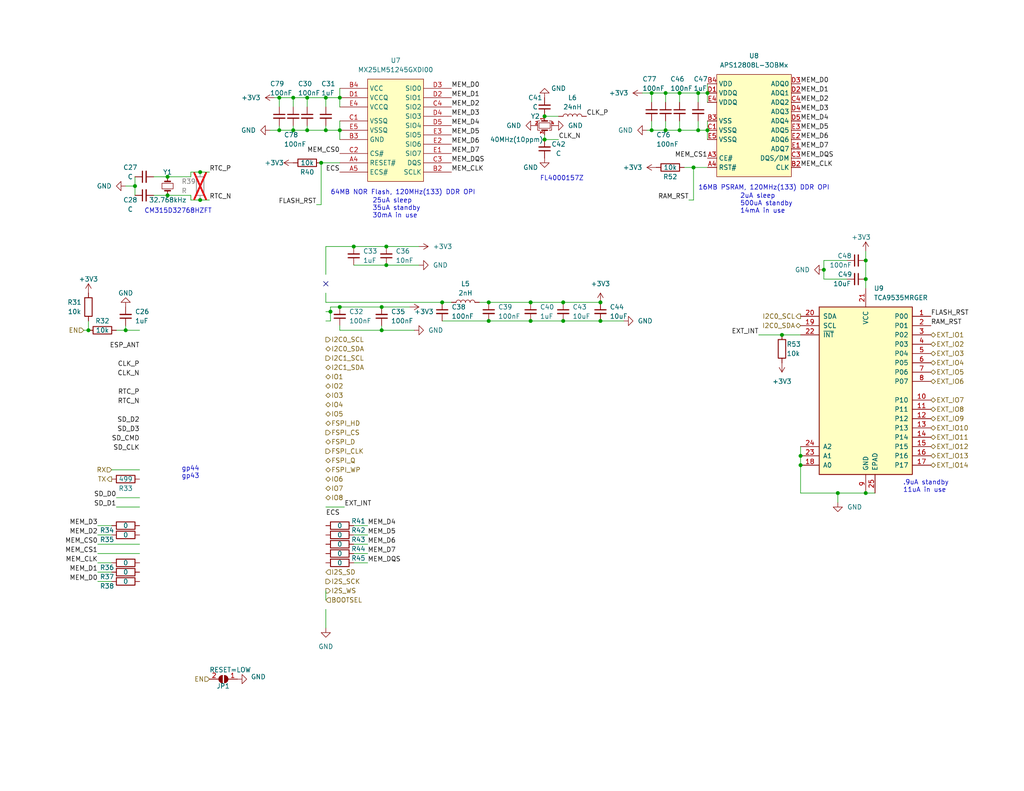
<source format=kicad_sch>
(kicad_sch (version 20231120) (generator "eeschema") (generator_version "8.0")
  (paper "USLetter")
  (lib_symbols
    (symbol "APS12808L-3OBMx_1"
      (property "Reference" "U" (at 0 17.78 0))
      (property "Value" "APS12808L-3OBMx" (at 0 15.24 0))
      (symbol "APS12808L-3OBMx_1_1_0"
        (pin no_connect line (at 1.27 -16.51 0) (length 2.54) hide (name "") (number "A2"))
        (pin no_connect line (at 1.27 -19.05 0) (length 2.54) hide (name "") (number "A5"))
        (pin no_connect line (at 1.27 -21.59 0) (length 2.54) hide (name "") (number "B1"))
        (pin no_connect line (at 1.27 -24.13 0) (length 2.54) hide (name "") (number "B5"))
        (pin no_connect line (at 1.27 -26.67 0) (length 2.54) hide (name "") (number "C5"))
      )
      (symbol "APS12808L-3OBMx_1_1_1"
        (rectangle (start -10.16 13.97) (end 10.16 -13.97) (fill (type background)))
        (pin input line (at -12.7 -8.89 0) (length 2.54) (name "CE#") (number "A3"))
        (pin input line (at -12.7 -11.43 0) (length 2.54) (name "RST#") (number "A4"))
        (pin input line (at 12.7 -11.43 180) (length 2.54) (name "CLK") (number "B2"))
        (pin power_in line (at -12.7 1.27 0) (length 2.54) (name "VSS") (number "B3"))
        (pin power_in line (at -12.7 11.43 0) (length 2.54) (name "VDD") (number "B4"))
        (pin power_in line (at -12.7 -1.27 0) (length 2.54) (name "VSSQ") (number "C1"))
        (pin bidirectional line (at 12.7 -8.89 180) (length 2.54) (name "DQS/DM") (number "C3"))
        (pin bidirectional line (at 12.7 6.35 180) (length 2.54) (name "ADQ2") (number "C4"))
        (pin power_in line (at -12.7 8.89 0) (length 2.54) (name "VDDQ") (number "D1"))
        (pin bidirectional line (at 12.7 8.89 180) (length 2.54) (name "ADQ1") (number "D2"))
        (pin bidirectional line (at 12.7 11.43 180) (length 2.54) (name "ADQ0") (number "D3"))
        (pin bidirectional line (at 12.7 3.81 180) (length 2.54) (name "ADQ3") (number "D4"))
        (pin bidirectional line (at 12.7 1.27 180) (length 2.54) (name "ADQ4") (number "D5"))
        (pin bidirectional line (at 12.7 -6.35 180) (length 2.54) (name "ADQ7") (number "E1"))
        (pin bidirectional line (at 12.7 -3.81 180) (length 2.54) (name "ADQ6") (number "E2"))
        (pin bidirectional line (at 12.7 -1.27 180) (length 2.54) (name "ADQ5") (number "E3"))
        (pin power_in line (at -12.7 6.35 0) (length 2.54) (name "VDDQ") (number "E4"))
        (pin power_in line (at -12.7 -3.81 0) (length 2.54) (name "VSSQ") (number "E5"))
      )
    )
    (symbol "Device:C_Small" (pin_numbers hide) (pin_names (offset 0.254) hide)
      (property "Reference" "C" (at 0.254 1.778 0))
      (property "Value" "C_Small" (at 0.254 -2.032 0))
      (symbol "C_Small_0_1"
        (polyline (pts (xy -1.524 -0.508) (xy 1.524 -0.508)) (stroke (width 0.3302)))
        (polyline (pts (xy -1.524 0.508) (xy 1.524 0.508)) (stroke (width 0.3048)))
      )
      (symbol "C_Small_1_1"
        (pin passive line (at 0 2.54 270) (length 2.032) (name "~") (number "1"))
        (pin passive line (at 0 -2.54 90) (length 2.032) (name "~") (number "2"))
      )
    )
    (symbol "Device:Crystal_GND24_Small" (pin_names (offset 1.016) hide)
      (property "Reference" "Y" (at 1.27 4.445 0))
      (property "Value" "Crystal_GND24_Small" (at 1.27 2.54 0))
      (symbol "Crystal_GND24_Small_0_1"
        (rectangle (start -0.762 -1.524) (end 0.762 1.524))
        (polyline (pts (xy -1.27 -0.762) (xy -1.27 0.762)) (stroke (width 0.381)))
        (polyline (pts (xy 1.27 -0.762) (xy 1.27 0.762)) (stroke (width 0.381)))
        (polyline (pts (xy -1.27 -1.27) (xy -1.27 -1.905) (xy 1.27 -1.905) (xy 1.27 -1.27)))
        (polyline (pts (xy -1.27 1.27) (xy -1.27 1.905) (xy 1.27 1.905) (xy 1.27 1.27)))
      )
      (symbol "Crystal_GND24_Small_1_1"
        (pin passive line (at -2.54 0 0) (length 1.27) (name "1") (number "1"))
        (pin passive line (at 0 -2.54 90) (length 0.635) (name "2") (number "2"))
        (pin passive line (at 2.54 0 180) (length 1.27) (name "3") (number "3"))
        (pin passive line (at 0 2.54 270) (length 0.635) (name "4") (number "4"))
      )
    )
    (symbol "Device:Crystal_Small" (pin_numbers hide) (pin_names (offset 1.016) hide)
      (property "Reference" "Y" (at 0 2.54 0))
      (property "Value" "Crystal_Small" (at 0 -2.54 0))
      (symbol "Crystal_Small_0_1"
        (rectangle (start -0.762 -1.524) (end 0.762 1.524))
        (polyline (pts (xy -1.27 -0.762) (xy -1.27 0.762)) (stroke (width 0.381)))
        (polyline (pts (xy 1.27 -0.762) (xy 1.27 0.762)) (stroke (width 0.381)))
      )
      (symbol "Crystal_Small_1_1"
        (pin passive line (at -2.54 0 0) (length 1.27) (name "1") (number "1"))
        (pin passive line (at 2.54 0 180) (length 1.27) (name "2") (number "2"))
      )
    )
    (symbol "Device:L" (pin_numbers hide) (pin_names (offset 1.016) hide)
      (property "Reference" "L" (at -1.27 0 90))
      (property "Value" "L" (at 1.905 0 90))
      (symbol "L_0_1"
        (arc (start 0 -2.54) (mid 0.6323 -1.905) (end 0 -1.27))
        (arc (start 0 -1.27) (mid 0.6323 -0.635) (end 0 0))
        (arc (start 0 0) (mid 0.6323 0.635) (end 0 1.27))
        (arc (start 0 1.27) (mid 0.6323 1.905) (end 0 2.54))
      )
      (symbol "L_1_1"
        (pin passive line (at 0 3.81 270) (length 1.27) (name "1") (number "1"))
        (pin passive line (at 0 -3.81 90) (length 1.27) (name "2") (number "2"))
      )
    )
    (symbol "Device:R" (pin_numbers hide) (pin_names (offset 0))
      (property "Reference" "R" (at 2.032 0 90))
      (property "Value" "R" (at 0 0 90))
      (symbol "R_0_1"
        (rectangle (start -1.016 -2.54) (end 1.016 2.54) (stroke (width 0.254)))
      )
      (symbol "R_1_1"
        (pin passive line (at 0 3.81 270) (length 1.27) (name "~") (number "1"))
        (pin passive line (at 0 -3.81 90) (length 1.27) (name "~") (number "2"))
      )
    )
    (symbol "Interface_Expansion:TCA9535MRGER" (pin_names (offset 1.016))
      (property "Reference" "U" (at -11.43 24.13 0))
      (property "Value" "TCA9535MRGER" (at 0 0 0))
      (symbol "TCA9535MRGER_0_1"
        (rectangle (start -12.7 22.86) (end 12.7 -22.86) (stroke (width 0.254)) (fill (type background)))
      )
      (symbol "TCA9535MRGER_1_1"
        (pin bidirectional line (at 17.78 20.32 180) (length 5.08) (name "P00") (number "1"))
        (pin bidirectional line (at 17.78 -2.54 180) (length 5.08) (name "P10") (number "10"))
        (pin bidirectional line (at 17.78 -5.08 180) (length 5.08) (name "P11") (number "11"))
        (pin bidirectional line (at 17.78 -7.62 180) (length 5.08) (name "P12") (number "12"))
        (pin bidirectional line (at 17.78 -10.16 180) (length 5.08) (name "P13") (number "13"))
        (pin bidirectional line (at 17.78 -12.7 180) (length 5.08) (name "P14") (number "14"))
        (pin bidirectional line (at 17.78 -15.24 180) (length 5.08) (name "P15") (number "15"))
        (pin bidirectional line (at 17.78 -17.78 180) (length 5.08) (name "P16") (number "16"))
        (pin bidirectional line (at 17.78 -20.32 180) (length 5.08) (name "P17") (number "17"))
        (pin input line (at -17.78 -20.32 0) (length 5.08) (name "A0") (number "18"))
        (pin input line (at -17.78 17.78 0) (length 5.08) (name "SCL") (number "19"))
        (pin bidirectional line (at 17.78 17.78 180) (length 5.08) (name "P01") (number "2"))
        (pin bidirectional line (at -17.78 20.32 0) (length 5.08) (name "SDA") (number "20"))
        (pin power_in line (at 0 27.94 270) (length 5.08) (name "VCC") (number "21"))
        (pin open_collector line (at -17.78 15.24 0) (length 5.08) (name "~{INT}") (number "22"))
        (pin input line (at -17.78 -17.78 0) (length 5.08) (name "A1") (number "23"))
        (pin input line (at -17.78 -15.24 0) (length 5.08) (name "A2") (number "24"))
        (pin input line (at 2.54 -27.94 90) (length 5.08) (name "EPAD") (number "25"))
        (pin bidirectional line (at 17.78 15.24 180) (length 5.08) (name "P02") (number "3"))
        (pin bidirectional line (at 17.78 12.7 180) (length 5.08) (name "P03") (number "4"))
        (pin bidirectional line (at 17.78 10.16 180) (length 5.08) (name "P04") (number "5"))
        (pin bidirectional line (at 17.78 7.62 180) (length 5.08) (name "P05") (number "6"))
        (pin bidirectional line (at 17.78 5.08 180) (length 5.08) (name "P06") (number "7"))
        (pin bidirectional line (at 17.78 2.54 180) (length 5.08) (name "P07") (number "8"))
        (pin power_in line (at 0 -27.94 90) (length 5.08) (name "GND") (number "9"))
      )
    )
    (symbol "Jumper:SolderJumper_2_Open" (pin_names (offset 0) hide)
      (property "Reference" "JP" (at 0 2.032 0))
      (property "Value" "SolderJumper_2_Open" (at 0 -2.54 0))
      (symbol "SolderJumper_2_Open_0_1"
        (arc (start -0.254 1.016) (mid -1.2656 0) (end -0.254 -1.016))
        (arc (start -0.254 1.016) (mid -1.2656 0) (end -0.254 -1.016) (fill (type outline)))
        (polyline (pts (xy -0.254 1.016) (xy -0.254 -1.016)))
        (polyline (pts (xy 0.254 1.016) (xy 0.254 -1.016)))
        (arc (start 0.254 -1.016) (mid 1.2656 0) (end 0.254 1.016))
        (arc (start 0.254 -1.016) (mid 1.2656 0) (end 0.254 1.016) (fill (type outline)))
      )
      (symbol "SolderJumper_2_Open_1_1"
        (pin passive line (at -3.81 0 0) (length 2.54) (name "A") (number "1"))
        (pin passive line (at 3.81 0 180) (length 2.54) (name "B") (number "2"))
      )
    )
    (symbol "custom-lib:MX25LM51245GXDI00"
      (property "Reference" "U" (at 0 17.78 0))
      (property "Value" "MX25LM51245GXDI00" (at 0 15.24 0))
      (symbol "MX25LM51245GXDI00_0_1"
        (pin input line (at -15.24 -8.89 0) (length 7.62) (name "RESET#") (number "A4"))
        (pin unspecified line (at -15.24 -11.43 0) (length 7.62) (name "ECS#") (number "A5"))
        (pin input line (at 15.24 -11.43 180) (length 7.62) (name "SCLK") (number "B2"))
        (pin power_in line (at -15.24 11.43 0) (length 7.62) (name "VCC") (number "B4"))
        (pin input line (at -15.24 -6.35 0) (length 7.62) (name "CS#") (number "C2"))
        (pin bidirectional line (at 15.24 6.35 180) (length 7.62) (name "SIO2") (number "C4"))
        (pin power_in line (at -15.24 8.89 0) (length 7.62) (name "VCCQ") (number "D1"))
        (pin bidirectional line (at 15.24 8.89 180) (length 7.62) (name "SIO1") (number "D2"))
        (pin bidirectional line (at 15.24 11.43 180) (length 7.62) (name "SIO0") (number "D3"))
        (pin bidirectional line (at 15.24 3.81 180) (length 7.62) (name "SIO3") (number "D4"))
        (pin bidirectional line (at 15.24 1.27 180) (length 7.62) (name "SIO4") (number "D5"))
        (pin bidirectional line (at 15.24 -6.35 180) (length 7.62) (name "SIO7") (number "E1"))
        (pin bidirectional line (at 15.24 -3.81 180) (length 7.62) (name "SIO6") (number "E2"))
        (pin bidirectional line (at 15.24 -1.27 180) (length 7.62) (name "SIO5") (number "E3"))
        (pin power_in line (at -15.24 6.35 0) (length 7.62) (name "VCCQ") (number "E4"))
      )
      (symbol "MX25LM51245GXDI00_1_1"
        (rectangle (start -7.62 13.97) (end 7.62 -13.97) (fill (type background)))
        (pin no_connect line (at -3.81 -16.51 0) (length 7.62) hide (name "NC") (number "A2"))
        (pin no_connect line (at -3.81 -19.05 0) (length 7.62) hide (name "NC") (number "A3"))
        (pin no_connect line (at -3.81 -21.59 0) (length 7.62) hide (name "DNU") (number "B1"))
        (pin power_in line (at -15.24 -2.54 0) (length 7.62) (name "GND") (number "B3"))
        (pin no_connect line (at -3.81 -24.13 0) (length 7.62) hide (name "DNU") (number "B5"))
        (pin power_in line (at -15.24 2.54 0) (length 7.62) (name "VSSQ") (number "C1"))
        (pin bidirectional line (at 15.24 -8.89 180) (length 7.62) (name "DQS") (number "C3"))
        (pin no_connect line (at -3.81 -26.67 0) (length 7.62) hide (name "NC") (number "C5"))
        (pin power_in line (at -15.24 0 0) (length 7.62) (name "VSSQ") (number "E5"))
      )
    )
    (symbol "power:+3V3" (power) (pin_names (offset 0))
      (property "Value" "+3V3" (at 0 3.556 0))
      (symbol "+3V3_0_1"
        (polyline (pts (xy -0.762 1.27) (xy 0 2.54)))
        (polyline (pts (xy 0 0) (xy 0 2.54)))
        (polyline (pts (xy 0 2.54) (xy 0.762 1.27)))
      )
      (symbol "+3V3_1_1"
        (pin power_in line (at 0 0 90) (length 0) hide (name "+3V3") (number "1"))
      )
    )
    (symbol "power:GND" (power) (pin_names (offset 0))
      (property "Value" "GND" (at 0 -3.81 0))
      (symbol "GND_0_1"
        (polyline (pts (xy 0 0) (xy 0 -1.27) (xy 1.27 -1.27) (xy 0 -2.54) (xy -1.27 -1.27) (xy 0 -1.27)))
      )
      (symbol "GND_1_1"
        (pin power_in line (at 0 0 270) (length 0) hide (name "GND") (number "1"))
      )
    )
  )
  (junction (at 105.41 67.31))
  (junction (at 193.04 25.4))
  (junction (at 185.42 25.4))
  (junction (at 83.82 35.56))
  (junction (at 224.79 73.66))
  (junction (at 88.9 26.67))
  (junction (at 45.72 53.34))
  (junction (at 96.52 67.31))
  (junction (at 236.22 76.2))
  (junction (at 83.82 26.67))
  (junction (at 80.01 35.56))
  (junction (at 92.71 26.67))
  (junction (at 24.13 90.17))
  (junction (at 190.5 25.4))
  (junction (at 133.35 87.63))
  (junction (at 153.67 82.55))
  (junction (at 54.61 46.99))
  (junction (at 104.14 90.17))
  (junction (at 36.83 50.8))
  (junction (at 236.22 71.12))
  (junction (at 190.5 35.56))
  (junction (at 177.8 25.4))
  (junction (at 120.65 82.55))
  (junction (at 144.78 87.63))
  (junction (at 189.23 45.72))
  (junction (at 236.22 134.62))
  (junction (at 76.2 26.67))
  (junction (at 76.2 35.56))
  (junction (at 45.72 48.26))
  (junction (at 218.44 124.46))
  (junction (at 80.01 26.67))
  (junction (at 34.29 90.17))
  (junction (at 92.71 83.82))
  (junction (at 193.04 35.56))
  (junction (at 144.78 82.55))
  (junction (at 177.8 35.56))
  (junction (at 90.17 85.09))
  (junction (at 213.36 91.44))
  (junction (at 228.6 134.62))
  (junction (at 148.59 38.1))
  (junction (at 181.61 35.56))
  (junction (at 185.42 35.56))
  (junction (at 218.44 127))
  (junction (at 153.67 87.63))
  (junction (at 104.14 83.82))
  (junction (at 87.63 44.45))
  (junction (at 92.71 35.56))
  (junction (at 54.61 54.61))
  (junction (at 105.41 72.39))
  (junction (at 88.9 35.56))
  (junction (at 133.35 82.55))
  (junction (at 181.61 25.4))
  (junction (at 163.83 82.55))
  (junction (at 163.83 87.63))
  (junction (at 148.59 31.75))
  (no_connect (at 88.9 77.47))
  (wire (pts (xy 236.22 68.58) (xy 236.22 71.12)))
  (wire (pts (xy 190.5 35.56) (xy 193.04 35.56)))
  (wire (pts (xy 26.67 148.59) (xy 38.1 148.59)))
  (wire (pts (xy 52.07 48.26) (xy 45.72 48.26)))
  (wire (pts (xy 133.35 87.63) (xy 144.78 87.63)))
  (wire (pts (xy 26.67 156.21) (xy 30.48 156.21)))
  (wire (pts (xy 144.78 87.63) (xy 153.67 87.63)))
  (wire (pts (xy 88.9 29.21) (xy 88.9 26.67)))
  (wire (pts (xy 92.71 35.56) (xy 92.71 38.1)))
  (wire (pts (xy 96.52 72.39) (xy 105.41 72.39)))
  (wire (pts (xy 41.91 53.34) (xy 45.72 53.34)))
  (wire (pts (xy 92.71 83.82) (xy 104.14 83.82)))
  (wire (pts (xy 218.44 121.92) (xy 218.44 124.46)))
  (wire (pts (xy 236.22 76.2) (xy 236.22 78.74)))
  (wire (pts (xy 177.8 25.4) (xy 181.61 25.4)))
  (wire (pts (xy 236.22 134.62) (xy 238.76 134.62)))
  (wire (pts (xy 189.23 45.72) (xy 193.04 45.72)))
  (wire (pts (xy 80.01 26.67) (xy 83.82 26.67)))
  (wire (pts (xy 54.61 54.61) (xy 52.07 54.61)))
  (wire (pts (xy 52.07 53.34) (xy 45.72 53.34)))
  (wire (pts (xy 36.83 50.8) (xy 36.83 53.34)))
  (wire (pts (xy 190.5 25.4) (xy 193.04 25.4)))
  (wire (pts (xy 54.61 46.99) (xy 52.07 46.99)))
  (wire (pts (xy 193.04 25.4) (xy 193.04 27.94)))
  (wire (pts (xy 144.78 82.55) (xy 153.67 82.55)))
  (wire (pts (xy 100.33 151.13) (xy 96.52 151.13)))
  (wire (pts (xy 100.33 148.59) (xy 96.52 148.59)))
  (wire (pts (xy 228.6 134.62) (xy 236.22 134.62)))
  (wire (pts (xy 236.22 71.12) (xy 236.22 76.2)))
  (wire (pts (xy 26.67 143.51) (xy 30.48 143.51)))
  (wire (pts (xy 181.61 33.02) (xy 181.61 35.56)))
  (wire (pts (xy 88.9 35.56) (xy 92.71 35.56)))
  (wire (pts (xy 92.71 26.67) (xy 92.71 29.21)))
  (wire (pts (xy 153.67 82.55) (xy 163.83 82.55)))
  (wire (pts (xy 87.63 44.45) (xy 92.71 44.45)))
  (wire (pts (xy 153.67 87.63) (xy 163.83 87.63)))
  (wire (pts (xy 24.13 87.63) (xy 24.13 90.17)))
  (wire (pts (xy 57.15 46.99) (xy 54.61 46.99)))
  (wire (pts (xy 92.71 33.02) (xy 92.71 35.56)))
  (wire (pts (xy 177.8 35.56) (xy 181.61 35.56)))
  (wire (pts (xy 187.96 54.61) (xy 189.23 54.61)))
  (wire (pts (xy 120.65 82.55) (xy 123.19 82.55)))
  (wire (pts (xy 26.67 153.67) (xy 30.48 153.67)))
  (wire (pts (xy 185.42 25.4) (xy 190.5 25.4)))
  (wire (pts (xy 92.71 90.17) (xy 92.71 88.9)))
  (wire (pts (xy 90.17 85.09) (xy 90.17 83.82)))
  (wire (pts (xy 104.14 90.17) (xy 113.03 90.17)))
  (wire (pts (xy 87.63 55.88) (xy 86.36 55.88)))
  (wire (pts (xy 224.79 71.12) (xy 224.79 73.66)))
  (wire (pts (xy 30.48 128.27) (xy 38.1 128.27)))
  (wire (pts (xy 148.59 38.1) (xy 148.59 36.83)))
  (wire (pts (xy 76.2 26.67) (xy 80.01 26.67)))
  (wire (pts (xy 88.9 171.45) (xy 88.9 166.37)))
  (wire (pts (xy 96.52 67.31) (xy 105.41 67.31)))
  (wire (pts (xy 26.67 151.13) (xy 38.1 151.13)))
  (wire (pts (xy 190.5 27.94) (xy 190.5 25.4)))
  (wire (pts (xy 130.81 82.55) (xy 133.35 82.55)))
  (wire (pts (xy 57.15 54.61) (xy 54.61 54.61)))
  (wire (pts (xy 207.01 91.44) (xy 213.36 91.44)))
  (wire (pts (xy 193.04 33.02) (xy 193.04 35.56)))
  (wire (pts (xy 88.9 67.31) (xy 88.9 74.93)))
  (wire (pts (xy 193.04 35.56) (xy 193.04 38.1)))
  (wire (pts (xy 148.59 38.1) (xy 152.4 38.1)))
  (wire (pts (xy 170.18 87.63) (xy 163.83 87.63)))
  (wire (pts (xy 185.42 35.56) (xy 190.5 35.56)))
  (wire (pts (xy 224.79 76.2) (xy 224.79 73.66)))
  (wire (pts (xy 31.75 90.17) (xy 34.29 90.17)))
  (wire (pts (xy 80.01 35.56) (xy 83.82 35.56)))
  (wire (pts (xy 90.17 87.63) (xy 90.17 85.09)))
  (wire (pts (xy 100.33 143.51) (xy 96.52 143.51)))
  (wire (pts (xy 34.29 90.17) (xy 38.1 90.17)))
  (wire (pts (xy 52.07 46.99) (xy 52.07 48.26)))
  (wire (pts (xy 87.63 44.45) (xy 87.63 55.88)))
  (wire (pts (xy 231.14 71.12) (xy 224.79 71.12)))
  (wire (pts (xy 190.5 33.02) (xy 190.5 35.56)))
  (wire (pts (xy 83.82 34.29) (xy 83.82 35.56)))
  (wire (pts (xy 80.01 34.29) (xy 80.01 35.56)))
  (wire (pts (xy 92.71 24.13) (xy 92.71 26.67)))
  (wire (pts (xy 186.69 45.72) (xy 189.23 45.72)))
  (wire (pts (xy 76.2 26.67) (xy 76.2 29.21)))
  (wire (pts (xy 88.9 87.63) (xy 90.17 87.63)))
  (wire (pts (xy 176.53 35.56) (xy 177.8 35.56)))
  (wire (pts (xy 22.86 90.17) (xy 24.13 90.17)))
  (wire (pts (xy 88.9 26.67) (xy 92.71 26.67)))
  (wire (pts (xy 83.82 29.21) (xy 83.82 26.67)))
  (wire (pts (xy 185.42 27.94) (xy 185.42 25.4)))
  (wire (pts (xy 181.61 35.56) (xy 185.42 35.56)))
  (wire (pts (xy 88.9 161.29) (xy 88.9 163.83)))
  (wire (pts (xy 73.66 35.56) (xy 76.2 35.56)))
  (wire (pts (xy 74.93 26.67) (xy 76.2 26.67)))
  (wire (pts (xy 76.2 35.56) (xy 80.01 35.56)))
  (wire (pts (xy 181.61 25.4) (xy 181.61 27.94)))
  (wire (pts (xy 185.42 33.02) (xy 185.42 35.56)))
  (wire (pts (xy 181.61 25.4) (xy 185.42 25.4)))
  (wire (pts (xy 41.91 48.26) (xy 45.72 48.26)))
  (wire (pts (xy 120.65 87.63) (xy 133.35 87.63)))
  (wire (pts (xy 88.9 85.09) (xy 90.17 85.09)))
  (wire (pts (xy 34.29 50.8) (xy 36.83 50.8)))
  (wire (pts (xy 133.35 82.55) (xy 144.78 82.55)))
  (wire (pts (xy 228.6 134.62) (xy 218.44 134.62)))
  (wire (pts (xy 90.17 83.82) (xy 92.71 83.82)))
  (wire (pts (xy 52.07 54.61) (xy 52.07 53.34)))
  (wire (pts (xy 218.44 127) (xy 218.44 134.62)))
  (wire (pts (xy 26.67 158.75) (xy 30.48 158.75)))
  (wire (pts (xy 31.75 138.43) (xy 38.1 138.43)))
  (wire (pts (xy 104.14 90.17) (xy 104.14 88.9)))
  (wire (pts (xy 80.01 26.67) (xy 80.01 29.21)))
  (wire (pts (xy 88.9 67.31) (xy 96.52 67.31)))
  (wire (pts (xy 100.33 146.05) (xy 96.52 146.05)))
  (wire (pts (xy 36.83 48.26) (xy 36.83 50.8)))
  (wire (pts (xy 193.04 22.86) (xy 193.04 25.4)))
  (wire (pts (xy 177.8 33.02) (xy 177.8 35.56)))
  (wire (pts (xy 76.2 34.29) (xy 76.2 35.56)))
  (wire (pts (xy 104.14 83.82) (xy 111.76 83.82)))
  (wire (pts (xy 88.9 82.55) (xy 120.65 82.55)))
  (wire (pts (xy 228.6 134.62) (xy 228.6 137.16)))
  (wire (pts (xy 105.41 72.39) (xy 114.3 72.39)))
  (wire (pts (xy 177.8 25.4) (xy 177.8 27.94)))
  (wire (pts (xy 213.36 91.44) (xy 218.44 91.44)))
  (wire (pts (xy 34.29 88.9) (xy 34.29 90.17)))
  (wire (pts (xy 114.3 67.31) (xy 105.41 67.31)))
  (wire (pts (xy 231.14 76.2) (xy 224.79 76.2)))
  (wire (pts (xy 218.44 124.46) (xy 218.44 127)))
  (wire (pts (xy 175.26 25.4) (xy 177.8 25.4)))
  (wire (pts (xy 88.9 80.01) (xy 88.9 82.55)))
  (wire (pts (xy 189.23 45.72) (xy 189.23 54.61)))
  (wire (pts (xy 31.75 135.89) (xy 38.1 135.89)))
  (wire (pts (xy 83.82 35.56) (xy 88.9 35.56)))
  (wire (pts (xy 93.98 138.43) (xy 88.9 138.43)))
  (wire (pts (xy 88.9 34.29) (xy 88.9 35.56)))
  (wire (pts (xy 92.71 90.17) (xy 104.14 90.17)))
  (wire (pts (xy 83.82 26.67) (xy 88.9 26.67)))
  (wire (pts (xy 100.33 153.67) (xy 96.52 153.67)))
  (wire (pts (xy 152.4 31.75) (xy 148.59 31.75)))
  (wire (pts (xy 26.67 146.05) (xy 30.48 146.05)))
  (text "25uA sleep\n35uA standby\n30mA in use" (at 101.6 59.69 0) (effects (font (size 1.27 1.27)) (justify left bottom)))
  (text "FL4000157Z" (at 147.32 49.53 0) (effects (font (size 1.27 1.27)) (justify left bottom)))
  (text "2uA sleep\n500uA standby\n14mA in use\n" (at 201.93 58.42 0) (effects (font (size 1.27 1.27)) (justify left bottom)))
  (text "CM315D32768HZFT" (at 39.37 58.42 0) (effects (font (size 1.27 1.27)) (justify left bottom)))
  (text "gp44\ngp43" (at 49.53 130.81 0) (effects (font (size 1.27 1.27)) (justify left bottom)))
  (text ".9uA standby\n11uA in use" (at 246.38 134.62 0) (effects (font (size 1.27 1.27)) (justify left bottom)))
  (text "16MB PSRAM, 120MHz(133) DDR OPI" (at 190.5 52.07 0) (effects (font (size 1.27 1.27)) (justify left bottom)))
  (text "64MB NOR Flash, 120MHz(133) DDR OPI" (at 90.17 53.34 0) (effects (font (size 1.27 1.27)) (justify left bottom)))
  (label "MEM_D5" (at 123.19 36.83 0))
  (label "RTC_P" (at 38.1 107.95 180))
  (label "RAM_RST" (at 187.96 54.61 180))
  (label "MEM_D3" (at 218.44 30.48 0))
  (label "MEM_D7" (at 218.44 40.64 0))
  (label "ESP_ANT" (at 38.1 95.25 180))
  (label "MEM_D5" (at 218.44 35.56 0))
  (label "MEM_D4" (at 100.33 143.51 0))
  (label "MEM_D1" (at 26.67 156.21 180))
  (label "MEM_D3" (at 123.19 31.75 0))
  (label "MEM_CLK" (at 123.19 46.99 0))
  (label "MEM_D2" (at 218.44 27.94 0))
  (label "FLASH_RST" (at 86.36 55.88 180))
  (label "MEM_CS1" (at 193.04 43.18 180))
  (label "RTC_P" (at 57.15 46.99 0))
  (label "MEM_D6" (at 123.19 39.37 0))
  (label "ECS" (at 88.9 140.97 0))
  (label "MEM_CLK" (at 26.67 153.67 180))
  (label "EXT_INT" (at 93.98 138.43 0))
  (label "EXT_INT" (at 207.01 91.44 180))
  (label "MEM_CS0" (at 26.67 148.59 180))
  (label "ECS" (at 92.71 46.99 180))
  (label "SD_D1" (at 31.75 138.43 180))
  (label "CLK_P" (at 38.1 100.33 180))
  (label "MEM_DQS" (at 100.33 153.67 0))
  (label "SD_CLK" (at 38.1 123.19 180))
  (label "MEM_D4" (at 218.44 33.02 0))
  (label "MEM_DQS" (at 218.44 43.18 0))
  (label "RAM_RST" (at 254 88.9 0))
  (label "MEM_D2" (at 123.19 29.21 0))
  (label "CLK_N" (at 152.4 38.1 0))
  (label "MEM_CS1" (at 26.67 151.13 180))
  (label "RTC_N" (at 57.15 54.61 0))
  (label "FLASH_RST" (at 254 86.36 0))
  (label "MEM_D7" (at 123.19 41.91 0))
  (label "MEM_D0" (at 218.44 22.86 0))
  (label "MEM_D6" (at 218.44 38.1 0))
  (label "CLK_P" (at 160.02 31.75 0))
  (label "MEM_D0" (at 123.19 24.13 0))
  (label "MEM_D0" (at 26.67 158.75 180))
  (label "MEM_D4" (at 123.19 34.29 0))
  (label "SD_D3" (at 38.1 118.11 180))
  (label "SD_CMD" (at 38.1 120.65 180))
  (label "MEM_D5" (at 100.33 146.05 0))
  (label "MEM_CLK" (at 218.44 45.72 0))
  (label "MEM_D1" (at 218.44 25.4 0))
  (label "MEM_DQS" (at 123.19 44.45 0))
  (label "CLK_N" (at 38.1 102.87 180))
  (label "MEM_D1" (at 123.19 26.67 0))
  (label "MEM_CS0" (at 92.71 41.91 180))
  (label "SD_D2" (at 38.1 115.57 180))
  (label "MEM_D3" (at 26.67 143.51 180))
  (label "MEM_D2" (at 26.67 146.05 180))
  (label "MEM_D7" (at 100.33 151.13 0))
  (label "MEM_D6" (at 100.33 148.59 0))
  (label "SD_D0" (at 31.75 135.89 180))
  (label "RTC_N" (at 38.1 110.49 180))
  (hierarchical_label "EXT_IO1" (shape bidirectional) (at 254 91.44 0))
  (hierarchical_label "EXT_IO7" (shape bidirectional) (at 254 109.22 0))
  (hierarchical_label "I2S_SCK" (shape output) (at 88.9 158.75 0))
  (hierarchical_label "IO1" (shape bidirectional) (at 88.9 102.87 0))
  (hierarchical_label "I2C1_SCL" (shape output) (at 88.9 97.79 0))
  (hierarchical_label "EN" (shape input) (at 22.86 90.17 180))
  (hierarchical_label "FSPI_CLK" (shape output) (at 88.9 123.19 0))
  (hierarchical_label "I2C0_SDA" (shape bidirectional) (at 88.9 95.25 0))
  (hierarchical_label "IO3" (shape bidirectional) (at 88.9 107.95 0))
  (hierarchical_label "EXT_IO14" (shape bidirectional) (at 254 127 0))
  (hierarchical_label "I2C0_SCL" (shape output) (at 218.44 86.36 180))
  (hierarchical_label "I2S_WS" (shape output) (at 88.9 161.29 0))
  (hierarchical_label "I2S_SD" (shape input) (at 88.9 156.21 0))
  (hierarchical_label "IO7" (shape bidirectional) (at 88.9 133.35 0))
  (hierarchical_label "EXT_IO3" (shape bidirectional) (at 254 96.52 0))
  (hierarchical_label "EXT_IO6" (shape bidirectional) (at 254 104.14 0))
  (hierarchical_label "BOOTSEL" (shape input) (at 88.9 163.83 0))
  (hierarchical_label "I2C0_SDA" (shape bidirectional) (at 218.44 88.9 180))
  (hierarchical_label "EXT_IO12" (shape bidirectional) (at 254 121.92 0))
  (hierarchical_label "FSPI_HD" (shape bidirectional) (at 88.9 115.57 0))
  (hierarchical_label "IO2" (shape bidirectional) (at 88.9 105.41 0))
  (hierarchical_label "IO5" (shape bidirectional) (at 88.9 113.03 0))
  (hierarchical_label "RX" (shape input) (at 30.48 128.27 180))
  (hierarchical_label "I2C0_SCL" (shape output) (at 88.9 92.71 0))
  (hierarchical_label "IO8" (shape bidirectional) (at 88.9 135.89 0))
  (hierarchical_label "I2C1_SDA" (shape bidirectional) (at 88.9 100.33 0))
  (hierarchical_label "FSPI_CS" (shape output) (at 88.9 118.11 0))
  (hierarchical_label "EN" (shape input) (at 57.15 185.42 180))
  (hierarchical_label "EXT_IO9" (shape bidirectional) (at 254 114.3 0))
  (hierarchical_label "FSPI_D" (shape bidirectional) (at 88.9 120.65 0))
  (hierarchical_label "EXT_IO13" (shape bidirectional) (at 254 124.46 0))
  (hierarchical_label "EXT_IO8" (shape bidirectional) (at 254 111.76 0))
  (hierarchical_label "EXT_IO5" (shape bidirectional) (at 254 101.6 0))
  (hierarchical_label "IO6" (shape bidirectional) (at 88.9 130.81 0))
  (hierarchical_label "EXT_IO11" (shape bidirectional) (at 254 119.38 0))
  (hierarchical_label "TX" (shape output) (at 30.48 130.81 180))
  (hierarchical_label "EXT_IO2" (shape bidirectional) (at 254 93.98 0))
  (hierarchical_label "FSPI_WP" (shape bidirectional) (at 88.9 128.27 0))
  (hierarchical_label "FSPI_Q" (shape bidirectional) (at 88.9 125.73 0))
  (hierarchical_label "EXT_IO4" (shape bidirectional) (at 254 99.06 0))
  (hierarchical_label "EXT_IO10" (shape bidirectional) (at 254 116.84 0))
  (hierarchical_label "IO4" (shape bidirectional) (at 88.9 110.49 0))
  (symbol (lib_id "Device:R") (at 182.88 45.72 90) (unit 1)
    (property "Reference" "R52" (at 182.88 48.26 90))
    (property "Value" "10k" (at 182.88 45.72 90))
    (property "Footprint" "Resistor_SMD:R_0402_1005Metric" (effects (hide yes)))
  )
  (symbol (lib_id "Device:L") (at 156.21 31.75 90) (unit 1)
    (property "Reference" "L6" (at 156.21 26.67 90))
    (property "Value" "24nH" (at 156.21 29.21 90))
    (property "Footprint" "Inductor_SMD:L_Coilcraft_XFL2010" (effects (hide yes)))
  )
  (symbol (lib_id "Device:Crystal_GND24_Small") (at 148.59 34.29 270) (unit 1)
    (property "Reference" "Y2" (at 146.05 31.75 90))
    (property "Value" "40MHz(10ppm)" (at 140.97 38.1 90))
    (property "Footprint" "Crystal:Crystal_SMD_3225-4Pin_3.2x2.5mm" (effects (hide yes)))
  )
  (symbol (lib_id "power:GND") (at 148.59 43.18 0) (unit 1)
    (property "Reference" "#PWR057" (effects (hide yes)))
    (property "Value" "GND" (at 144.78 45.72 0))
  )
  (symbol (lib_id "Device:R") (at 34.29 158.75 90) (unit 1)
    (property "Reference" "R38" (at 29.21 160.02 90))
    (property "Value" "0" (at 34.29 158.75 90))
    (property "Footprint" "Resistor_SMD:R_0402_1005Metric" (effects (hide yes)))
  )
  (symbol (lib_id "Device:R") (at 92.71 146.05 270) (mirror x) (unit 1)
    (property "Reference" "R42" (at 97.79 144.78 90))
    (property "Value" "0" (at 92.71 146.05 90))
    (property "Footprint" "Resistor_SMD:R_0402_1005Metric" (effects (hide yes)))
  )
  (symbol (lib_id "Device:C_Small") (at 76.2 31.75 0) (unit 1)
    (property "Reference" "C79" (at 73.66 22.86 0) (effects (justify left)))
    (property "Value" "100nF" (at 73.66 25.4 0) (effects (justify left)))
    (property "Footprint" "Capacitor_SMD:C_0402_1005Metric" (effects (hide yes)))
  )
  (symbol (lib_id "power:GND") (at 34.29 83.82 180) (unit 1)
    (property "Reference" "#PWR044" (effects (hide yes)))
    (property "Value" "GND" (at 34.29 80.01 0))
  )
  (symbol (lib_id "Device:C_Small") (at 104.14 86.36 180) (unit 1)
    (property "Reference" "C35" (at 106.68 85.0836 0) (effects (justify right)))
    (property "Value" "100nF" (at 106.68 87.6236 0) (effects (justify right)))
    (property "Footprint" "Capacitor_SMD:C_0402_1005Metric" (effects (hide yes)))
  )
  (symbol (lib_id "Jumper:SolderJumper_2_Open") (at 60.96 185.42 180) (unit 1)
    (property "Reference" "JP1" (at 59.055 187.325 0) (effects (justify right)))
    (property "Value" "RESET=LOW" (at 57.15 182.88 0) (effects (justify right)))
    (property "Footprint" "Jumper:SolderJumper-2_P1.3mm_Open_RoundedPad1.0x1.5mm" (effects (hide yes)))
  )
  (symbol (lib_id "power:GND") (at 64.77 185.42 90) (unit 1)
    (property "Reference" "#PWR045" (effects (hide yes)))
    (property "Value" "GND" (at 70.485 184.785 90))
  )
  (symbol (lib_id "Device:C_Small") (at 190.5 30.48 0) (unit 1)
    (property "Reference" "C47" (at 189.23 21.59 0) (effects (justify left)))
    (property "Value" "1uF" (at 189.23 24.13 0) (effects (justify left)))
    (property "Footprint" "Capacitor_SMD:C_0402_1005Metric" (effects (hide yes)))
  )
  (symbol (lib_id "Device:C_Small") (at 233.68 76.2 270) (mirror x) (unit 1)
    (property "Reference" "C49" (at 228.6 74.93 90) (effects (justify left)))
    (property "Value" "10uF" (at 227.33 77.47 90) (effects (justify left)))
    (property "Footprint" "Capacitor_SMD:C_0402_1005Metric" (effects (hide yes)))
  )
  (symbol (lib_id "Device:C_Small") (at 105.41 69.85 180) (unit 1)
    (property "Reference" "C36" (at 107.95 68.5736 0) (effects (justify right)))
    (property "Value" "10nF" (at 107.95 71.1136 0) (effects (justify right)))
    (property "Footprint" "Capacitor_SMD:C_0402_1005Metric" (effects (hide yes)))
  )
  (symbol (lib_id "Device:R") (at 34.29 156.21 90) (unit 1)
    (property "Reference" "R37" (at 29.21 157.48 90))
    (property "Value" "0" (at 34.29 156.21 90))
    (property "Footprint" "Resistor_SMD:R_0402_1005Metric" (effects (hide yes)))
  )
  (symbol (lib_id "Device:C_Small") (at 133.35 85.09 0) (unit 1)
    (property "Reference" "C39" (at 135.89 83.8263 0) (effects (justify left)))
    (property "Value" "100nF" (at 135.89 86.3663 0) (effects (justify left)))
    (property "Footprint" "Capacitor_SMD:C_0402_1005Metric" (effects (hide yes)))
  )
  (symbol (lib_id "Device:R") (at 27.94 90.17 90) (unit 1)
    (property "Reference" "R32" (at 27.94 87.63 90))
    (property "Value" "10k" (at 27.94 90.17 90))
    (property "Footprint" "Resistor_SMD:R_0402_1005Metric" (effects (hide yes)))
  )
  (symbol (lib_id "power:GND") (at 224.79 73.66 270) (unit 1)
    (property "Reference" "#PWR066" (effects (hide yes)))
    (property "Value" "GND" (at 220.98 73.66 90) (effects (justify right)))
  )
  (symbol (lib_id "Device:R") (at 92.71 148.59 270) (mirror x) (unit 1)
    (property "Reference" "R43" (at 97.79 147.32 90))
    (property "Value" "0" (at 92.71 148.59 90))
    (property "Footprint" "Resistor_SMD:R_0402_1005Metric" (effects (hide yes)))
  )
  (symbol (lib_id "Interface_Expansion:TCA9535MRGER") (at 236.22 106.68 0) (unit 1)
    (property "Reference" "U9" (at 238.4141 78.74 0) (effects (justify left)))
    (property "Value" "TCA9535MRGER" (at 238.4141 81.28 0) (effects (justify left)))
    (property "Footprint" "Package_DFN_QFN:VQFN-24-1EP_4x4mm_P0.5mm_EP2.45x2.45mm" (effects (hide yes)))
    (property "Datasheet" "http://www.ti.com/lit/ds/symlink/tca9535.pdf" (effects (hide yes)))
  )
  (symbol (lib_id "Device:R") (at 92.71 143.51 270) (mirror x) (unit 1)
    (property "Reference" "R41" (at 97.79 142.24 90))
    (property "Value" "0" (at 92.71 143.51 90))
    (property "Footprint" "Resistor_SMD:R_0402_1005Metric" (effects (hide yes)))
  )
  (symbol (lib_id "Device:C_Small") (at 233.68 71.12 90) (mirror x) (unit 1)
    (property "Reference" "C48" (at 232.41 69.85 90) (effects (justify left)))
    (property "Value" "100nF" (at 232.41 72.39 90) (effects (justify left)))
    (property "Footprint" "Capacitor_SMD:C_0402_1005Metric" (effects (hide yes)))
  )
  (symbol (lib_id "Device:C_Small") (at 153.67 85.09 0) (unit 1)
    (property "Reference" "C43" (at 156.21 83.8263 0) (effects (justify left)))
    (property "Value" "10uF" (at 156.21 86.3663 0) (effects (justify left)))
    (property "Footprint" "Capacitor_SMD:C_0402_1005Metric" (effects (hide yes)))
  )
  (symbol (lib_id "power:+3V3") (at 163.83 82.55 0) (unit 1)
    (property "Reference" "#PWR059" (effects (hide yes)))
    (property "Value" "+3V3" (at 163.83 77.47 0))
  )
  (symbol (lib_id "power:+3V3") (at 213.36 99.06 180) (unit 1)
    (property "Reference" "#PWR065" (effects (hide yes)))
    (property "Value" "+3V3" (at 213.36 104.14 0))
  )
  (symbol (lib_id "Device:C_Small") (at 181.61 30.48 0) (unit 1)
    (property "Reference" "C76" (at 179.07 36.83 0) (effects (justify left)))
    (property "Value" "100nF" (at 179.07 39.37 0) (effects (justify left)))
    (property "Footprint" "Capacitor_SMD:C_0402_1005Metric" (effects (hide yes)))
  )
  (symbol (lib_id "Device:R") (at 34.29 143.51 90) (unit 1)
    (property "Reference" "R34" (at 29.21 144.78 90))
    (property "Value" "0" (at 34.29 143.51 90))
    (property "Footprint" "Resistor_SMD:R_0402_1005Metric" (effects (hide yes)))
  )
  (symbol (lib_id "Device:R") (at 92.71 151.13 270) (mirror x) (unit 1)
    (property "Reference" "R44" (at 97.79 149.86 90))
    (property "Value" "0" (at 92.71 151.13 90))
    (property "Footprint" "Resistor_SMD:R_0402_1005Metric" (effects (hide yes)))
  )
  (symbol (lib_id "Device:C_Small") (at 120.65 85.09 0) (unit 1)
    (property "Reference" "C38" (at 123.19 83.8263 0) (effects (justify left)))
    (property "Value" "100nF" (at 123.19 86.3663 0) (effects (justify left)))
    (property "Footprint" "Capacitor_SMD:C_0402_1005Metric" (effects (hide yes)))
  )
  (symbol (lib_id "power:GND") (at 170.18 87.63 90) (unit 1)
    (property "Reference" "#PWR0100" (effects (hide yes)))
    (property "Value" "GND" (at 173.99 87.63 90) (effects (justify right)))
  )
  (symbol (lib_id "power:GND") (at 113.03 90.17 90) (unit 1)
    (property "Reference" "#PWR050" (effects (hide yes)))
    (property "Value" "GND" (at 116.84 90.17 90) (effects (justify right)))
  )
  (symbol (lib_id "power:+3V3") (at 236.22 68.58 0) (unit 1)
    (property "Reference" "#PWR068" (effects (hide yes)))
    (property "Value" "+3V3" (at 234.95 64.77 0))
  )
  (symbol (lib_id "power:GND") (at 34.29 50.8 270) (unit 1)
    (property "Reference" "#PWR043" (effects (hide yes)))
    (property "Value" "GND" (at 30.48 50.8 90) (effects (justify right)))
  )
  (symbol (lib_id "Device:R") (at 34.29 153.67 90) (unit 1)
    (property "Reference" "R36" (at 29.21 154.94 90))
    (property "Value" "0" (at 34.29 153.67 90))
    (property "Footprint" "Resistor_SMD:R_0402_1005Metric" (effects (hide yes)))
  )
  (symbol (lib_id "Device:Crystal_Small") (at 45.72 50.8 90) (unit 1)
    (property "Reference" "Y1" (at 44.45 46.99 90) (effects (justify right)))
    (property "Value" "32.768kHz" (at 40.64 54.61 90) (effects (justify right)))
    (property "Footprint" "Crystal:Crystal_SMD_3215-2Pin_3.2x1.5mm" (effects (hide yes)))
  )
  (symbol (lib_id "custom-lib:MX25LM51245GXDI00") (at 107.95 35.56 0) (unit 1)
    (property "Reference" "U7" (at 107.95 16.51 0))
    (property "Value" "MX25LM51245GXDI00" (at 107.95 19.05 0))
    (property "Footprint" "custom-lib:BGA-24_6.0x8.0mm_Layout5x5_P1.0mm" (effects (hide yes)))
    (property "Datasheet" "https://mm.digikey.com/Volume0/opasdata/d220001/medias/docus/742/MX25LM51245G_DS.pdf" (effects (hide yes)))
  )
  (symbol (lib_id "Device:R") (at 213.36 95.25 0) (unit 1)
    (property "Reference" "R53" (at 214.63 93.98 0) (effects (justify left)))
    (property "Value" "10k" (at 214.63 96.52 0) (effects (justify left)))
    (property "Footprint" "Resistor_SMD:R_0402_1005Metric" (effects (hide yes)))
  )
  (symbol (lib_id "power:+3V3") (at 74.93 26.67 90) (unit 1)
    (property "Reference" "#PWR047" (effects (hide yes)))
    (property "Value" "+3V3" (at 71.12 26.67 90) (effects (justify left)))
  )
  (symbol (lib_id "Device:R") (at 34.29 130.81 90) (unit 1)
    (property "Reference" "R33" (at 34.29 133.35 90))
    (property "Value" "499" (at 34.29 130.81 90))
    (property "Footprint" "Resistor_SMD:R_0402_1005Metric" (effects (hide yes)))
  )
  (symbol (lib_id "Device:C_Small") (at 177.8 30.48 0) (unit 1)
    (property "Reference" "C77" (at 175.26 21.59 0) (effects (justify left)))
    (property "Value" "100nF" (at 175.26 24.13 0) (effects (justify left)))
    (property "Footprint" "Capacitor_SMD:C_0402_1005Metric" (effects (hide yes)))
  )
  (symbol (lib_id "Device:R") (at 54.61 50.8 0) (unit 1) (in_bom no) (dnp yes)
    (property "Reference" "R39" (at 49.53 49.53 0) (effects (justify left)))
    (property "Value" "R" (at 49.53 52.07 0) (effects (justify left)))
    (property "Footprint" "PCM_Resistor_SMD_AKL:R_0402_1005Metric" (effects (hide yes)))
  )
  (symbol (lib_id "power:+3V3") (at 175.26 25.4 90) (unit 1)
    (property "Reference" "#PWR062" (effects (hide yes)))
    (property "Value" "+3V3" (at 171.45 25.4 90) (effects (justify left)))
  )
  (symbol (lib_id "power:GND") (at 146.05 34.29 270) (unit 1)
    (property "Reference" "#PWR054" (effects (hide yes)))
    (property "Value" "GND" (at 142.24 34.29 90) (effects (justify right)))
  )
  (symbol (lib_id "Device:C_Small") (at 83.82 31.75 0) (unit 1)
    (property "Reference" "C30" (at 81.28 22.86 0) (effects (justify left)))
    (property "Value" "100nF" (at 81.28 25.4 0) (effects (justify left)))
    (property "Footprint" "Capacitor_SMD:C_0402_1005Metric" (effects (hide yes)))
  )
  (symbol (lib_id "Device:C_Small") (at 185.42 30.48 0) (unit 1)
    (property "Reference" "C46" (at 182.88 21.59 0) (effects (justify left)))
    (property "Value" "100nF" (at 182.88 24.13 0) (effects (justify left)))
    (property "Footprint" "Capacitor_SMD:C_0402_1005Metric" (effects (hide yes)))
  )
  (symbol (lib_id "Device:R") (at 92.71 153.67 270) (mirror x) (unit 1)
    (property "Reference" "R45" (at 97.79 152.4 90))
    (property "Value" "0" (at 92.71 153.67 90))
    (property "Footprint" "Resistor_SMD:R_0402_1005Metric" (effects (hide yes)))
  )
  (symbol (lib_name "APS12808L-3OBMx_1") (lib_id "custom-lib:APS12808L-3OBMx") (at 205.74 34.29 0) (unit 1)
    (property "Reference" "U8" (at 205.74 15.24 0))
    (property "Value" "APS12808L-3OBMx" (at 205.74 17.78 0))
    (property "Footprint" "custom-lib:BGA-24_6.0x8.0mm_Layout5x5_P1.0mm" (effects (hide yes)))
    (property "Datasheet" "https://www.mouser.com/datasheet/2/1127/APM_PSRAM_OPI_Xccela_APS12808L_3OBMx_v1_1b_PKG-1954845.pdf" (effects (hide yes)))
  )
  (symbol (lib_id "power:+3V3") (at 114.3 67.31 270) (unit 1)
    (property "Reference" "#PWR051" (effects (hide yes)))
    (property "Value" "+3V3" (at 118.11 67.31 90) (effects (justify left)))
  )
  (symbol (lib_id "Device:C_Small") (at 148.59 40.64 180) (unit 1)
    (property "Reference" "C42" (at 152.4 39.37 0))
    (property "Value" "C" (at 152.4 41.91 0))
    (property "Footprint" "Capacitor_SMD:C_0402_1005Metric" (effects (hide yes)))
  )
  (symbol (lib_id "power:+3V3") (at 24.13 80.01 0) (unit 1)
    (property "Reference" "#PWR041" (effects (hide yes)))
    (property "Value" "+3V3" (at 24.13 76.2 0))
  )
  (symbol (lib_id "power:GND") (at 228.6 137.16 0) (unit 1)
    (property "Reference" "#PWR067" (effects (hide yes)))
    (property "Value" "GND" (at 231.14 138.43 0) (effects (justify left)))
  )
  (symbol (lib_id "Device:C_Small") (at 144.78 85.09 0) (unit 1)
    (property "Reference" "C40" (at 147.32 83.8263 0) (effects (justify left)))
    (property "Value" "1uF" (at 147.32 86.3663 0) (effects (justify left)))
    (property "Footprint" "Capacitor_SMD:C_0402_1005Metric" (effects (hide yes)))
  )
  (symbol (lib_id "Device:C_Small") (at 34.29 86.36 180) (unit 1)
    (property "Reference" "C26" (at 36.83 85.0836 0) (effects (justify right)))
    (property "Value" "1uF" (at 36.83 87.6236 0) (effects (justify right)))
    (property "Footprint" "Capacitor_SMD:C_0402_1005Metric" (effects (hide yes)))
  )
  (symbol (lib_id "Device:C_Small") (at 163.83 85.09 0) (unit 1)
    (property "Reference" "C44" (at 166.37 83.8263 0) (effects (justify left)))
    (property "Value" "10uF" (at 166.37 86.3663 0) (effects (justify left)))
    (property "Footprint" "Capacitor_SMD:C_0402_1005Metric" (effects (hide yes)))
  )
  (symbol (lib_id "Device:R") (at 34.29 146.05 90) (unit 1)
    (property "Reference" "R35" (at 29.21 147.32 90))
    (property "Value" "0" (at 34.29 146.05 90))
    (property "Footprint" "Resistor_SMD:R_0402_1005Metric" (effects (hide yes)))
  )
  (symbol (lib_id "Device:C_Small") (at 92.71 86.36 180) (unit 1)
    (property "Reference" "C32" (at 95.25 85.0836 0) (effects (justify right)))
    (property "Value" "100nF" (at 95.25 87.6236 0) (effects (justify right)))
    (property "Footprint" "Capacitor_SMD:C_0402_1005Metric" (effects (hide yes)))
  )
  (symbol (lib_id "power:GND") (at 176.53 35.56 270) (unit 1)
    (property "Reference" "#PWR063" (effects (hide yes)))
    (property "Value" "GND" (at 172.72 35.56 90) (effects (justify right)))
  )
  (symbol (lib_id "power:+3V3") (at 80.01 44.45 90) (unit 1)
    (property "Reference" "#PWR046" (effects (hide yes)))
    (property "Value" "+3V3" (at 77.47 44.45 90) (effects (justify left)))
  )
  (symbol (lib_id "Device:R") (at 83.82 44.45 90) (unit 1)
    (property "Reference" "R40" (at 83.82 46.99 90))
    (property "Value" "10k" (at 83.82 44.45 90))
    (property "Footprint" "Resistor_SMD:R_0402_1005Metric" (effects (hide yes)))
  )
  (symbol (lib_id "power:GND") (at 148.59 26.67 180) (unit 1)
    (property "Reference" "#PWR056" (effects (hide yes)))
    (property "Value" "GND" (at 152.4 24.13 0))
  )
  (symbol (lib_id "Device:C_Small") (at 39.37 48.26 90) (unit 1)
    (property "Reference" "C27" (at 35.56 45.72 90))
    (property "Value" "C" (at 35.56 48.26 90))
    (property "Footprint" "Capacitor_SMD:C_0402_1005Metric" (effects (hide yes)))
  )
  (symbol (lib_id "Device:C_Small") (at 80.01 31.75 0) (unit 1)
    (property "Reference" "C78" (at 77.47 36.83 0) (effects (justify left)))
    (property "Value" "100nF" (at 77.47 39.37 0) (effects (justify left)))
    (property "Footprint" "Capacitor_SMD:C_0402_1005Metric" (effects (hide yes)))
  )
  (symbol (lib_id "Device:L") (at 127 82.55 90) (unit 1)
    (property "Reference" "L5" (at 127 77.47 90))
    (property "Value" "2nH" (at 127 80.01 90))
    (property "Footprint" "Inductor_SMD:L_0805_2012Metric" (effects (hide yes)))
  )
  (symbol (lib_id "Device:R") (at 24.13 83.82 180) (unit 1)
    (property "Reference" "R31" (at 20.32 82.55 0))
    (property "Value" "10k" (at 20.32 85.09 0))
    (property "Footprint" "Resistor_SMD:R_0402_1005Metric" (effects (hide yes)))
  )
  (symbol (lib_id "power:+3V3") (at 111.76 83.82 270) (unit 1)
    (property "Reference" "#PWR025" (effects (hide yes)))
    (property "Value" "+3V3" (at 113.03 85.09 90) (effects (justify left)))
  )
  (symbol (lib_id "power:GND") (at 88.9 171.45 0) (unit 1)
    (property "Reference" "#PWR049" (effects (hide yes)))
    (property "Value" "GND" (at 88.9 176.53 0))
  )
  (symbol (lib_id "Device:C_Small") (at 88.9 31.75 0) (unit 1)
    (property "Reference" "C31" (at 87.63 22.86 0) (effects (justify left)))
    (property "Value" "1uF" (at 87.63 25.4 0) (effects (justify left)))
    (property "Footprint" "Capacitor_SMD:C_0402_1005Metric" (effects (hide yes)))
  )
  (symbol (lib_id "power:GND") (at 151.13 34.29 90) (unit 1)
    (property "Reference" "#PWR058" (effects (hide yes)))
    (property "Value" "GND" (at 154.94 34.29 90) (effects (justify right)))
  )
  (symbol (lib_id "power:+3V3") (at 179.07 45.72 90) (unit 1)
    (property "Reference" "#PWR061" (effects (hide yes)))
    (property "Value" "+3V3" (at 175.26 45.72 90) (effects (justify left)))
  )
  (symbol (lib_id "Device:C_Small") (at 39.37 53.34 90) (unit 1)
    (property "Reference" "C28" (at 35.56 54.61 90))
    (property "Value" "C" (at 35.56 57.15 90))
    (property "Footprint" "Capacitor_SMD:C_0402_1005Metric" (effects (hide yes)))
  )
  (symbol (lib_id "power:GND") (at 114.3 72.39 90) (unit 1)
    (property "Reference" "#PWR052" (effects (hide yes)))
    (property "Value" "GND" (at 118.11 72.39 90) (effects (justify right)))
  )
  (symbol (lib_id "power:GND") (at 73.66 35.56 270) (unit 1)
    (property "Reference" "#PWR048" (effects (hide yes)))
    (property "Value" "GND" (at 69.85 35.56 90) (effects (justify right)))
  )
  (symbol (lib_id "Device:C_Small") (at 148.59 29.21 180) (unit 1)
    (property "Reference" "C41" (at 146.05 26.67 0))
    (property "Value" "C" (at 146.05 29.21 0))
    (property "Footprint" "Capacitor_SMD:C_0402_1005Metric" (effects (hide yes)))
  )
  (symbol (lib_id "Device:C_Small") (at 96.52 69.85 180) (unit 1)
    (property "Reference" "C33" (at 99.06 68.5736 0) (effects (justify right)))
    (property "Value" "1uF" (at 99.06 71.1136 0) (effects (justify right)))
    (property "Footprint" "Capacitor_SMD:C_0402_1005Metric" (effects (hide yes)))
  )
)
</source>
